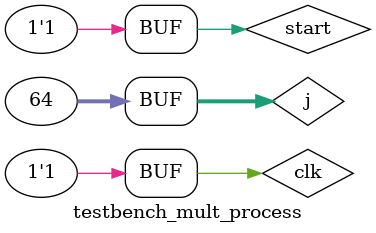
<source format=v>
`timescale 1ns/1ns

module testbench_mult_process();
reg clk;

always
begin
    #50 clk = 0;
    #50 clk = 1;
end

reg start;

reg [7:0] A_data [0:63];
reg [7:0] B_data [0:63];
wire [15:0] result [0:63];
wire [8*64-1:0] A_data_wire;
wire [8*64-1:0] B_data_wire;
wire [16*64-1:0] result_data_wire;
wire done;


matrix_mult_process u_mult(
    .HCLK(clk),
    .HRESETn(1'b1),
    .start(start),
    .reuse(2'b00),
    // 2'b1X reuse result
    // reuse[0] use result in A
    // reuse[0] use result in B
    
    .A_data(A_data_wire),
    .B_data(B_data_wire),

    .result(result_data_wire),
    .done(done)

);


genvar  i;
for(i = 0; i <64;i = i+1) begin
    assign A_data_wire[8*i+7:8*i] = A_data[i];
    assign B_data_wire[8*i+7:8*i] = B_data[i];
    assign result[i] = result_data_wire[16*i+15:16*i];
end
integer j;
initial begin
    start = 1'b0;
    for(j = 0; j <64;j = j+1) begin
        A_data[j] <= 8'h01;
        B_data[j] <= 8'h01;
    end
    #100;
    start = 1'b1;

end

endmodule
</source>
